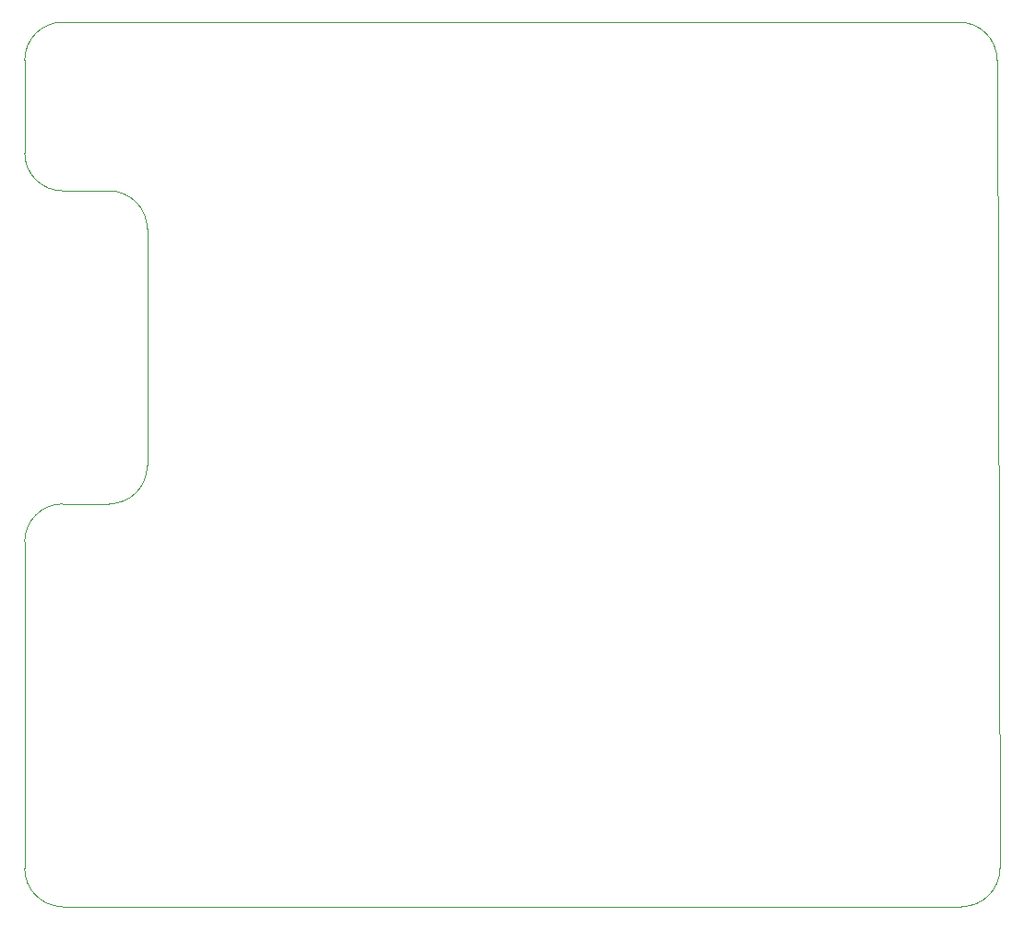
<source format=gbr>
%TF.GenerationSoftware,KiCad,Pcbnew,(5.1.10)-1*%
%TF.CreationDate,2021-07-26T19:48:55+02:00*%
%TF.ProjectId,RobotskaRuka,526f626f-7473-46b6-9152-756b612e6b69,rev?*%
%TF.SameCoordinates,Original*%
%TF.FileFunction,Profile,NP*%
%FSLAX46Y46*%
G04 Gerber Fmt 4.6, Leading zero omitted, Abs format (unit mm)*
G04 Created by KiCad (PCBNEW (5.1.10)-1) date 2021-07-26 19:48:55*
%MOMM*%
%LPD*%
G01*
G04 APERTURE LIST*
%TA.AperFunction,Profile*%
%ADD10C,0.050000*%
%TD*%
G04 APERTURE END LIST*
D10*
X181500000Y-68750000D02*
X181750000Y-143000000D01*
X178000000Y-65250000D02*
G75*
G02*
X181500000Y-68750000I0J-3500000D01*
G01*
X95750000Y-65250000D02*
X178000000Y-65250000D01*
X92250000Y-68750000D02*
G75*
G02*
X95750000Y-65250000I3500000J0D01*
G01*
X92250000Y-77250000D02*
X92250000Y-68750000D01*
X100000000Y-80750000D02*
X95750000Y-80750000D01*
X95750000Y-80750000D02*
G75*
G02*
X92250000Y-77250000I0J3500000D01*
G01*
X103500000Y-84250000D02*
X103500000Y-106000000D01*
X100000000Y-80750000D02*
G75*
G02*
X103500000Y-84250000I0J-3500000D01*
G01*
X100000000Y-109500000D02*
X95750000Y-109500000D01*
X103500000Y-106000000D02*
G75*
G02*
X100000000Y-109500000I-3500000J0D01*
G01*
X92250000Y-113000000D02*
G75*
G02*
X95750000Y-109500000I3500000J0D01*
G01*
X92250000Y-143000000D02*
X92250000Y-113000000D01*
X95750000Y-146500000D02*
G75*
G02*
X92250000Y-143000000I0J3500000D01*
G01*
X181750000Y-143000000D02*
G75*
G02*
X178250000Y-146500000I-3500000J0D01*
G01*
X95750000Y-146500000D02*
X178250000Y-146500000D01*
M02*

</source>
